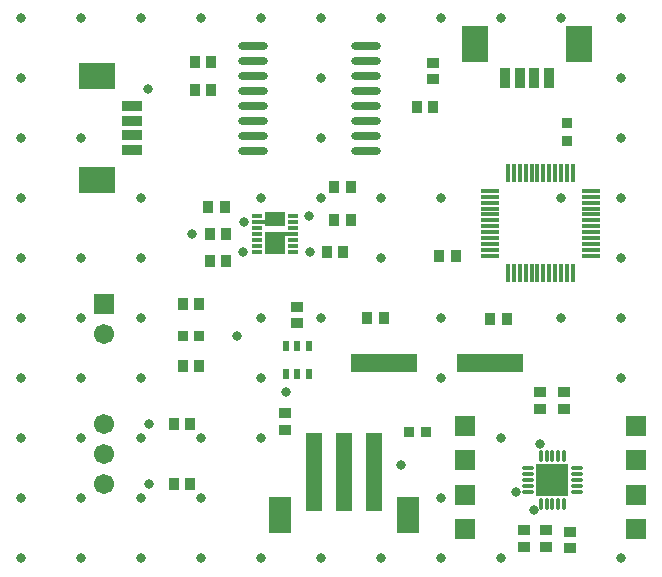
<source format=gts>
G04*
G04 #@! TF.GenerationSoftware,Altium Limited,Altium Designer,24.2.2 (26)*
G04*
G04 Layer_Color=8388736*
%FSLAX44Y44*%
%MOMM*%
G71*
G04*
G04 #@! TF.SameCoordinates,F77653A4-241C-4A06-9F2E-C48980E71D5F*
G04*
G04*
G04 #@! TF.FilePolarity,Negative*
G04*
G01*
G75*
%ADD32R,0.9016X1.0016*%
%ADD33R,1.0016X0.9016*%
%ADD34O,0.3700X1.6000*%
%ADD35O,1.6000X0.3700*%
%ADD36R,0.6336X0.9016*%
%ADD37O,0.3816X1.0016*%
%ADD38O,1.0016X0.3816*%
%ADD39R,2.7016X2.7016*%
%ADD40O,2.5021X0.6756*%
%ADD41R,0.8500X0.3500*%
%ADD42R,1.4000X0.3500*%
%ADD43R,1.7500X1.1700*%
%ADD44R,1.7500X1.8500*%
%ADD45R,0.9016X0.9656*%
%ADD46R,5.6016X1.5016*%
%ADD47R,0.9081X0.9656*%
%ADD48R,0.9656X0.9081*%
%ADD49R,1.7016X0.9016*%
%ADD50R,3.1016X2.2016*%
%ADD51R,0.9016X1.7016*%
%ADD52R,2.2016X3.1016*%
%ADD53R,1.4000X6.6000*%
%ADD54R,1.9000X3.1000*%
%ADD55C,1.7016*%
%ADD56R,1.7016X1.7016*%
%ADD57R,1.6764X1.6764*%
%ADD58C,0.8232*%
%ADD59C,0.8132*%
D32*
X749949Y675640D02*
D03*
X735951D02*
D03*
X840091Y674370D02*
D03*
X854089D02*
D03*
X810909Y727710D02*
D03*
X796911D02*
D03*
X604034Y868150D02*
D03*
X590036D02*
D03*
Y892280D02*
D03*
X604034D02*
D03*
X791994Y854180D02*
D03*
X777996D02*
D03*
X593739Y635000D02*
D03*
X579741D02*
D03*
Y687070D02*
D03*
X593739D02*
D03*
X572121Y534670D02*
D03*
X586119D02*
D03*
Y585470D02*
D03*
X572121D02*
D03*
X601331Y769620D02*
D03*
X615329D02*
D03*
X616599Y723900D02*
D03*
X602601D02*
D03*
Y746760D02*
D03*
X616599D02*
D03*
X715659Y731520D02*
D03*
X701661D02*
D03*
X722009Y758190D02*
D03*
X708011D02*
D03*
X722009Y786130D02*
D03*
X708011D02*
D03*
D33*
X666750Y581011D02*
D03*
Y595009D02*
D03*
X868680Y495949D02*
D03*
Y481951D02*
D03*
X887730Y495949D02*
D03*
Y481951D02*
D03*
X676910Y685179D02*
D03*
Y671181D02*
D03*
X908050Y494679D02*
D03*
Y480681D02*
D03*
X882650Y598791D02*
D03*
Y612789D02*
D03*
X791345Y891659D02*
D03*
Y877661D02*
D03*
X902970Y598791D02*
D03*
Y612789D02*
D03*
D34*
X855149Y713151D02*
D03*
X860151D02*
D03*
X865149D02*
D03*
X870151D02*
D03*
X875149D02*
D03*
X880151D02*
D03*
X885149D02*
D03*
X890151D02*
D03*
X895149D02*
D03*
X900151D02*
D03*
X905149D02*
D03*
X910151D02*
D03*
Y798148D02*
D03*
X905149D02*
D03*
X900151D02*
D03*
X895149D02*
D03*
X890151D02*
D03*
X885149D02*
D03*
X880151D02*
D03*
X875149D02*
D03*
X870151D02*
D03*
X865149D02*
D03*
X860151D02*
D03*
X855149D02*
D03*
D35*
X925150Y728149D02*
D03*
X925148Y733150D02*
D03*
X925150Y738149D02*
D03*
X925148Y743150D02*
D03*
X925150Y748149D02*
D03*
X925148Y753150D02*
D03*
X925150Y758149D02*
D03*
X925149Y763150D02*
D03*
X925150Y768149D02*
D03*
X925149Y773150D02*
D03*
X925150Y778149D02*
D03*
X925149Y783150D02*
D03*
X840150Y783151D02*
D03*
X840152Y778150D02*
D03*
X840150Y773151D02*
D03*
X840152Y768150D02*
D03*
X840150Y763151D02*
D03*
X840152Y758150D02*
D03*
X840150Y753151D02*
D03*
X840151Y748150D02*
D03*
X840150Y743151D02*
D03*
X840151Y738150D02*
D03*
X840150Y733151D02*
D03*
X840151Y728150D02*
D03*
D36*
X686410Y652079D02*
D03*
X676910D02*
D03*
X667410D02*
D03*
Y628079D02*
D03*
X676910D02*
D03*
X686410D02*
D03*
D37*
X882811Y517980D02*
D03*
X887812D02*
D03*
X892811D02*
D03*
X897812D02*
D03*
X902811D02*
D03*
Y558980D02*
D03*
X897812D02*
D03*
X892811D02*
D03*
X887812D02*
D03*
X882811D02*
D03*
D38*
X913310Y528481D02*
D03*
Y533482D02*
D03*
Y538481D02*
D03*
Y543482D02*
D03*
Y548481D02*
D03*
X872310D02*
D03*
Y543482D02*
D03*
Y538481D02*
D03*
Y533482D02*
D03*
Y528481D02*
D03*
D39*
X892811Y538481D02*
D03*
D40*
X639567Y905510D02*
D03*
Y892810D02*
D03*
Y880110D02*
D03*
Y867410D02*
D03*
Y854710D02*
D03*
Y842010D02*
D03*
Y829310D02*
D03*
Y816610D02*
D03*
X734573Y905510D02*
D03*
Y892810D02*
D03*
Y880110D02*
D03*
Y867410D02*
D03*
Y854710D02*
D03*
Y842010D02*
D03*
Y829310D02*
D03*
Y816610D02*
D03*
D41*
X672859Y731759D02*
D03*
Y736759D02*
D03*
Y741759D02*
D03*
Y751759D02*
D03*
Y756759D02*
D03*
Y761759D02*
D03*
X642859D02*
D03*
Y751759D02*
D03*
Y746759D02*
D03*
Y741759D02*
D03*
Y736759D02*
D03*
Y731759D02*
D03*
D42*
X670359Y746759D02*
D03*
X645359Y756759D02*
D03*
D43*
X657859Y759259D02*
D03*
D44*
Y739259D02*
D03*
D45*
X593739Y660399D02*
D03*
X579741D02*
D03*
D46*
X750019Y637540D02*
D03*
X840019D02*
D03*
D47*
X786042Y579120D02*
D03*
X770978D02*
D03*
D48*
X905510Y825588D02*
D03*
Y840652D02*
D03*
D49*
X536604Y855151D02*
D03*
Y842651D02*
D03*
Y830151D02*
D03*
Y817651D02*
D03*
D50*
X507604Y792151D02*
D03*
Y880650D02*
D03*
D51*
X889970Y878310D02*
D03*
X877470D02*
D03*
X864970D02*
D03*
X852470D02*
D03*
D52*
X826970Y907310D02*
D03*
X915470D02*
D03*
D53*
X741680Y545300D02*
D03*
X716280D02*
D03*
X690880D02*
D03*
D54*
X770680Y508800D02*
D03*
X661880D02*
D03*
D55*
X513080Y661670D02*
D03*
Y585470D02*
D03*
Y560070D02*
D03*
Y534670D02*
D03*
D56*
Y687070D02*
D03*
D57*
X819150Y496570D02*
D03*
Y525780D02*
D03*
Y554990D02*
D03*
Y584200D02*
D03*
X963930Y496570D02*
D03*
Y525780D02*
D03*
Y554990D02*
D03*
Y584200D02*
D03*
D58*
X862330Y528320D02*
D03*
X882650Y568960D02*
D03*
X877570Y513080D02*
D03*
X764540Y551180D02*
D03*
X550759Y869305D02*
D03*
X626110Y660400D02*
D03*
X551306Y585470D02*
D03*
Y534670D02*
D03*
X631232Y731760D02*
D03*
X631613Y756759D02*
D03*
X687553Y731760D02*
D03*
X667410Y612759D02*
D03*
X687070Y762000D02*
D03*
X588010Y746760D02*
D03*
D59*
X442521Y929079D02*
D03*
Y878279D02*
D03*
Y827480D02*
D03*
Y776680D02*
D03*
Y725880D02*
D03*
Y675080D02*
D03*
Y624280D02*
D03*
Y573480D02*
D03*
Y522680D02*
D03*
Y471880D02*
D03*
X493321Y929079D02*
D03*
Y827480D02*
D03*
Y725880D02*
D03*
Y675080D02*
D03*
Y624280D02*
D03*
Y573480D02*
D03*
Y522680D02*
D03*
Y471880D02*
D03*
X544120Y929079D02*
D03*
Y776680D02*
D03*
Y725880D02*
D03*
Y675080D02*
D03*
Y624280D02*
D03*
Y573480D02*
D03*
Y522680D02*
D03*
Y471880D02*
D03*
X594920Y929079D02*
D03*
Y573480D02*
D03*
Y522680D02*
D03*
Y471880D02*
D03*
X645720Y929079D02*
D03*
Y776680D02*
D03*
Y675080D02*
D03*
Y624280D02*
D03*
Y573480D02*
D03*
Y471880D02*
D03*
X696520Y929079D02*
D03*
Y878279D02*
D03*
Y827480D02*
D03*
Y776680D02*
D03*
Y675080D02*
D03*
Y471880D02*
D03*
X747320Y929079D02*
D03*
Y776680D02*
D03*
Y725880D02*
D03*
Y471880D02*
D03*
X798120Y929079D02*
D03*
Y776680D02*
D03*
Y675080D02*
D03*
Y624280D02*
D03*
Y522680D02*
D03*
Y471880D02*
D03*
X848920Y929079D02*
D03*
Y573480D02*
D03*
Y471880D02*
D03*
X899720Y929079D02*
D03*
Y776680D02*
D03*
Y675080D02*
D03*
X950520Y929079D02*
D03*
Y878279D02*
D03*
Y827480D02*
D03*
Y776680D02*
D03*
Y725880D02*
D03*
Y675080D02*
D03*
Y624280D02*
D03*
Y471880D02*
D03*
M02*

</source>
